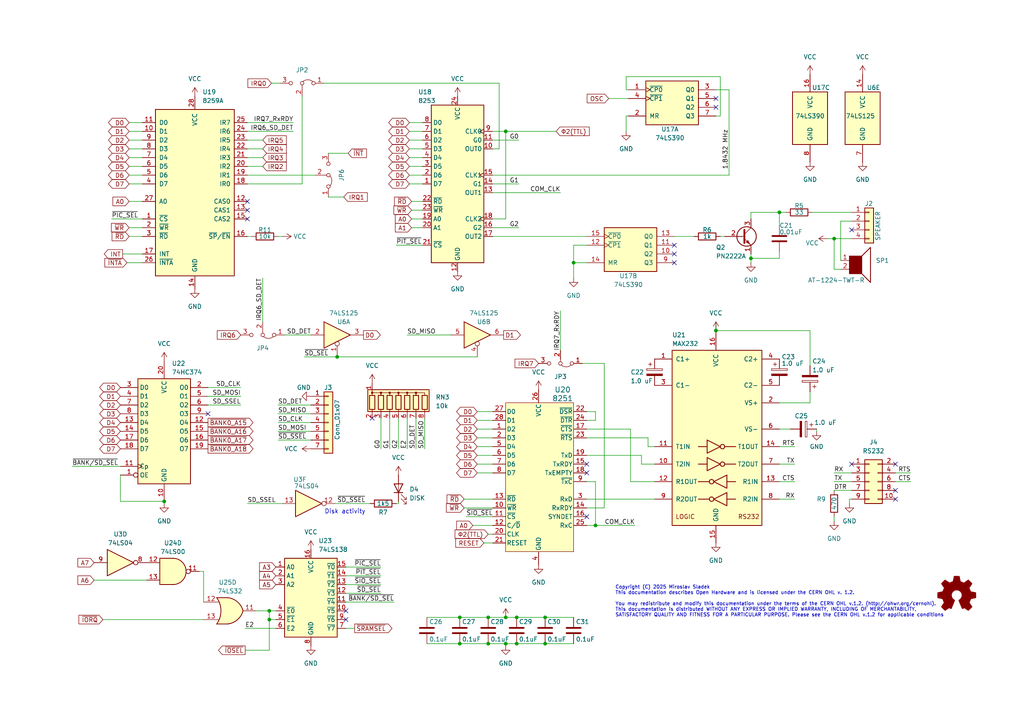
<source format=kicad_sch>
(kicad_sch (version 20250114) (generator "eeschema") (generator_version "9.0")
  (paper "A4")
  (title_block (title "ECB 8080 SBC") (date "2025-03-17") (rev "A"))
  (text "Disk activity" (at 106.045 149.225 0) (effects (font (size 1.27 1.27)) (justify right bottom)))
  (text "Copyright (C) 2025 Miroslav Sladek\nThis documentation describes Open Hardware and is licensed under the CERN OHL v. 1.2.\n\nYou may redistribute and modify this documentation under the terms of the CERN OHL v.1.2. (http://ohwr.org/cernohl).\nThis documentation is distributed WITHOUT ANY EXPRESS OR IMPLIED WARRANTY, INCLUDING OF MERCHANTABILITY,\nSATISFACTORY QUALITY AND FITNESS FOR A PARTICULAR PURPOSE. Please see the CERN OHL v.1.2 for applicable conditions" (at 178.435 179.07 0) (effects (font (size 1 1)) (justify left bottom)))
  (junction (at 207.645 95.885))
  (junction (at 217.805 74.93))
  (junction (at 47.625 145.415))
  (junction (at 146.685 186.69))
  (junction (at 141.605 186.69))
  (junction (at 172.72 152.4))
  (junction (at 78.105 179.705))
  (junction (at 133.35 186.69))
  (junction (at 158.115 179.07))
  (junction (at 97.79 103.505))
  (junction (at 166.37 76.2))
  (junction (at 149.86 179.07))
  (junction (at 146.685 179.07))
  (junction (at 146.685 38.1))
  (junction (at 226.06 61.595))
  (junction (at 133.35 179.07))
  (junction (at 158.115 186.69))
  (junction (at 241.935 69.215))
  (junction (at 141.605 179.07))
  (junction (at 78.105 177.165))
  (junction (at 149.86 186.69))
  (no_connect (at 170.18 137.16))
  (no_connect (at 71.755 60.96))
  (no_connect (at 195.58 76.2))
  (no_connect (at 247.015 66.675))
  (no_connect (at 207.645 31.115))
  (no_connect (at 100.33 179.705))
  (no_connect (at 60.325 120.015))
  (no_connect (at 71.755 63.5))
  (no_connect (at 100.33 177.165))
  (no_connect (at 195.58 73.66))
  (no_connect (at 247.015 134.62))
  (no_connect (at 107.95 121.285))
  (no_connect (at 170.18 149.86))
  (no_connect (at 170.18 134.62))
  (no_connect (at 195.58 71.12))
  (no_connect (at 71.755 58.42))
  (no_connect (at 259.715 134.62))
  (no_connect (at 259.715 144.78))
  (no_connect (at 207.645 28.575))
  (no_connect (at 259.715 142.24))
  (wire (pts (xy 78.105 177.165) (xy 78.105 179.705)))
  (wire (pts (xy 207.645 95.885) (xy 207.645 96.52)))
  (wire (pts (xy 78.105 177.165) (xy 80.01 177.165)))
  (wire (pts (xy 149.86 186.69) (xy 158.115 186.69)))
  (wire (pts (xy 80.645 127.635) (xy 90.17 127.635)))
  (wire (pts (xy 241.935 137.16) (xy 247.015 137.16)))
  (wire (pts (xy 118.745 38.1) (xy 122.555 38.1)))
  (wire (pts (xy 37.465 45.72) (xy 41.275 45.72)))
  (wire (pts (xy 207.645 95.885) (xy 207.645 93.98)))
  (wire (pts (xy 172.72 121.92) (xy 170.18 121.92)))
  (wire (pts (xy 187.96 129.54) (xy 189.865 129.54)))
  (wire (pts (xy 80.645 117.475) (xy 90.17 117.475)))
  (wire (pts (xy 142.875 40.64) (xy 150.495 40.64)))
  (wire (pts (xy 97.155 146.05) (xy 107.315 146.05)))
  (wire (pts (xy 170.18 132.08) (xy 186.055 132.08)))
  (wire (pts (xy 114.935 71.12) (xy 122.555 71.12)))
  (wire (pts (xy 123.825 179.07) (xy 133.35 179.07)))
  (wire (pts (xy 259.715 137.16) (xy 264.16 137.16)))
  (wire (pts (xy 37.465 53.34) (xy 41.275 53.34)))
  (wire (pts (xy 100.33 169.545) (xy 110.49 169.545)))
  (wire (pts (xy 236.855 125.095) (xy 236.855 124.46)))
  (wire (pts (xy 162.56 90.17) (xy 162.56 101.6)))
  (wire (pts (xy 168.91 105.41) (xy 175.26 105.41)))
  (wire (pts (xy 149.86 179.07) (xy 158.115 179.07)))
  (wire (pts (xy 118.11 97.155) (xy 130.81 97.155)))
  (wire (pts (xy 172.72 139.7) (xy 172.72 152.4)))
  (wire (pts (xy 241.935 142.24) (xy 247.015 142.24)))
  (wire (pts (xy 240.03 69.215) (xy 241.935 69.215)))
  (wire (pts (xy 241.935 139.7) (xy 247.015 139.7)))
  (wire (pts (xy 195.58 68.58) (xy 201.295 68.58)))
  (wire (pts (xy 57.785 165.735) (xy 59.055 165.735)))
  (wire (pts (xy 146.685 187.325) (xy 146.685 186.69)))
  (wire (pts (xy 78.105 188.595) (xy 71.12 188.595)))
  (wire (pts (xy 217.805 74.93) (xy 217.805 73.66)))
  (wire (pts (xy 182.88 139.7) (xy 189.865 139.7)))
  (wire (pts (xy 142.875 43.18) (xy 144.78 43.18)))
  (wire (pts (xy 175.26 105.41) (xy 175.26 147.32)))
  (wire (pts (xy 226.06 61.595) (xy 217.805 61.595)))
  (wire (pts (xy 37.465 38.1) (xy 41.275 38.1)))
  (wire (pts (xy 226.06 129.54) (xy 230.505 129.54)))
  (wire (pts (xy 181.61 22.225) (xy 181.61 26.035)))
  (wire (pts (xy 78.105 179.705) (xy 80.01 179.705)))
  (wire (pts (xy 142.875 66.04) (xy 150.495 66.04)))
  (wire (pts (xy 115.57 121.285) (xy 115.57 130.175)))
  (wire (pts (xy 20.955 135.255) (xy 34.925 135.255)))
  (wire (pts (xy 176.53 28.575) (xy 182.245 28.575)))
  (wire (pts (xy 142.875 50.8) (xy 211.455 50.8)))
  (wire (pts (xy 59.055 165.735) (xy 59.055 174.625)))
  (wire (pts (xy 120.65 121.285) (xy 120.65 130.175)))
  (wire (pts (xy 186.055 134.62) (xy 189.865 134.62)))
  (wire (pts (xy 71.12 182.245) (xy 80.01 182.245)))
  (wire (pts (xy 118.745 40.64) (xy 122.555 40.64)))
  (wire (pts (xy 37.465 50.8) (xy 41.275 50.8)))
  (wire (pts (xy 226.06 61.595) (xy 226.06 65.405)))
  (wire (pts (xy 100.33 174.625) (xy 114.3 174.625)))
  (wire (pts (xy 241.935 69.215) (xy 241.935 78.105)))
  (wire (pts (xy 118.745 53.34) (xy 122.555 53.34)))
  (wire (pts (xy 141.605 154.94) (xy 142.875 154.94)))
  (wire (pts (xy 71.755 50.8) (xy 91.44 50.8)))
  (wire (pts (xy 170.18 119.38) (xy 172.72 119.38)))
  (wire (pts (xy 71.755 43.18) (xy 76.2 43.18)))
  (wire (pts (xy 226.06 144.78) (xy 230.505 144.78)))
  (wire (pts (xy 27.305 168.275) (xy 42.545 168.275)))
  (wire (pts (xy 158.115 179.07) (xy 166.37 179.07)))
  (wire (pts (xy 141.605 186.69) (xy 146.685 186.69)))
  (wire (pts (xy 166.37 71.12) (xy 166.37 76.2)))
  (wire (pts (xy 208.915 22.225) (xy 181.61 22.225)))
  (wire (pts (xy 71.755 68.58) (xy 73.025 68.58)))
  (wire (pts (xy 37.465 40.64) (xy 41.275 40.64)))
  (wire (pts (xy 226.06 124.46) (xy 229.235 124.46)))
  (wire (pts (xy 217.805 61.595) (xy 217.805 63.5)))
  (wire (pts (xy 172.72 119.38) (xy 172.72 121.92)))
  (wire (pts (xy 82.55 97.155) (xy 90.17 97.155)))
  (wire (pts (xy 71.755 35.56) (xy 85.09 35.56)))
  (wire (pts (xy 246.38 144.78) (xy 246.38 146.05)))
  (wire (pts (xy 74.295 177.165) (xy 78.105 177.165)))
  (wire (pts (xy 37.465 58.42) (xy 41.275 58.42)))
  (wire (pts (xy 146.685 179.07) (xy 149.86 179.07)))
  (wire (pts (xy 37.465 35.56) (xy 41.275 35.56)))
  (wire (pts (xy 32.385 63.5) (xy 41.275 63.5)))
  (wire (pts (xy 100.33 164.465) (xy 110.49 164.465)))
  (wire (pts (xy 71.755 38.1) (xy 85.09 38.1)))
  (wire (pts (xy 138.43 127) (xy 142.875 127)))
  (wire (pts (xy 133.35 179.07) (xy 141.605 179.07)))
  (wire (pts (xy 35.56 73.66) (xy 41.275 73.66)))
  (wire (pts (xy 226.06 134.62) (xy 230.505 134.62)))
  (wire (pts (xy 243.84 75.565) (xy 243.84 64.135)))
  (wire (pts (xy 134.62 147.32) (xy 142.875 147.32)))
  (wire (pts (xy 123.825 186.69) (xy 133.35 186.69)))
  (wire (pts (xy 207.645 26.035) (xy 211.455 26.035)))
  (wire (pts (xy 243.84 78.105) (xy 241.935 78.105)))
  (wire (pts (xy 119.38 63.5) (xy 122.555 63.5)))
  (wire (pts (xy 138.43 121.92) (xy 142.875 121.92)))
  (wire (pts (xy 93.98 24.13) (xy 144.78 24.13)))
  (wire (pts (xy 135.255 149.86) (xy 142.875 149.86)))
  (wire (pts (xy 166.37 71.12) (xy 170.18 71.12)))
  (wire (pts (xy 182.88 139.7) (xy 182.88 124.46)))
  (wire (pts (xy 226.06 116.84) (xy 234.95 116.84)))
  (wire (pts (xy 235.585 61.595) (xy 247.015 61.595)))
  (wire (pts (xy 138.43 134.62) (xy 142.875 134.62)))
  (wire (pts (xy 234.95 113.665) (xy 234.95 116.84)))
  (wire (pts (xy 60.325 117.475) (xy 69.85 117.475)))
  (wire (pts (xy 118.745 48.26) (xy 122.555 48.26)))
  (wire (pts (xy 78.105 179.705) (xy 78.105 188.595)))
  (wire (pts (xy 170.18 139.7) (xy 172.72 139.7)))
  (wire (pts (xy 134.62 144.78) (xy 142.875 144.78)))
  (wire (pts (xy 158.115 186.69) (xy 166.37 186.69)))
  (wire (pts (xy 29.845 179.705) (xy 59.055 179.705)))
  (wire (pts (xy 166.37 76.2) (xy 170.18 76.2)))
  (wire (pts (xy 217.805 76.2) (xy 217.805 74.93)))
  (wire (pts (xy 34.925 145.415) (xy 47.625 145.415)))
  (wire (pts (xy 87.63 27.94) (xy 87.63 53.34)))
  (wire (pts (xy 80.645 125.095) (xy 90.17 125.095)))
  (wire (pts (xy 166.37 76.2) (xy 166.37 80.645)))
  (wire (pts (xy 71.755 48.26) (xy 76.2 48.26)))
  (wire (pts (xy 123.19 121.285) (xy 123.19 130.175)))
  (wire (pts (xy 181.61 33.655) (xy 182.245 33.655)))
  (wire (pts (xy 170.18 144.78) (xy 189.865 144.78)))
  (wire (pts (xy 208.915 68.58) (xy 210.185 68.58)))
  (wire (pts (xy 208.915 22.225) (xy 208.915 33.655)))
  (wire (pts (xy 181.61 26.035) (xy 182.245 26.035)))
  (wire (pts (xy 247.015 144.78) (xy 246.38 144.78)))
  (wire (pts (xy 138.43 132.08) (xy 142.875 132.08)))
  (wire (pts (xy 243.84 64.135) (xy 247.015 64.135)))
  (wire (pts (xy 146.685 63.5) (xy 142.875 63.5)))
  (wire (pts (xy 71.755 40.64) (xy 76.2 40.64)))
  (wire (pts (xy 187.96 127) (xy 187.96 129.54)))
  (wire (pts (xy 227.965 61.595) (xy 226.06 61.595)))
  (wire (pts (xy 115.57 146.05) (xy 115.57 145.415)))
  (wire (pts (xy 142.875 55.88) (xy 162.56 55.88)))
  (wire (pts (xy 144.78 24.13) (xy 144.78 43.18)))
  (wire (pts (xy 170.18 152.4) (xy 172.72 152.4)))
  (wire (pts (xy 142.875 68.58) (xy 170.18 68.58)))
  (wire (pts (xy 47.625 146.05) (xy 47.625 145.415)))
  (wire (pts (xy 71.755 146.05) (xy 81.915 146.05)))
  (wire (pts (xy 119.38 66.04) (xy 122.555 66.04)))
  (wire (pts (xy 138.43 137.16) (xy 142.875 137.16)))
  (wire (pts (xy 100.33 167.005) (xy 110.49 167.005)))
  (wire (pts (xy 99.695 57.15) (xy 95.25 57.15)))
  (wire (pts (xy 234.95 106.045) (xy 234.95 95.885)))
  (wire (pts (xy 97.79 103.505) (xy 138.43 103.505)))
  (wire (pts (xy 110.49 121.285) (xy 110.49 130.175)))
  (wire (pts (xy 142.875 53.34) (xy 150.495 53.34)))
  (wire (pts (xy 146.685 38.1) (xy 146.685 63.5)))
  (wire (pts (xy 138.43 124.46) (xy 142.875 124.46)))
  (wire (pts (xy 60.325 112.395) (xy 69.85 112.395)))
  (wire (pts (xy 175.26 147.32) (xy 170.18 147.32)))
  (wire (pts (xy 138.43 129.54) (xy 142.875 129.54)))
  (wire (pts (xy 118.745 50.8) (xy 122.555 50.8)))
  (wire (pts (xy 36.83 76.2) (xy 41.275 76.2)))
  (wire (pts (xy 81.915 68.58) (xy 80.645 68.58)))
  (wire (pts (xy 241.935 69.215) (xy 247.015 69.215)))
  (wire (pts (xy 100.33 172.085) (xy 110.49 172.085)))
  (wire (pts (xy 226.06 139.7) (xy 230.505 139.7)))
  (wire (pts (xy 60.325 114.935) (xy 69.85 114.935)))
  (wire (pts (xy 119.38 60.96) (xy 122.555 60.96)))
  (wire (pts (xy 80.645 122.555) (xy 90.17 122.555)))
  (wire (pts (xy 37.465 48.26) (xy 41.275 48.26)))
  (wire (pts (xy 170.18 127) (xy 187.96 127)))
  (wire (pts (xy 137.16 152.4) (xy 142.875 152.4)))
  (wire (pts (xy 71.755 45.72) (xy 76.2 45.72)))
  (wire (pts (xy 100.965 44.45) (xy 95.25 44.45)))
  (wire (pts (xy 186.055 132.08) (xy 186.055 134.62)))
  (wire (pts (xy 119.38 58.42) (xy 122.555 58.42)))
  (wire (pts (xy 71.755 53.34) (xy 87.63 53.34)))
  (wire (pts (xy 141.605 179.07) (xy 146.685 179.07)))
  (wire (pts (xy 115.57 146.05) (xy 114.935 146.05)))
  (wire (pts (xy 181.61 33.655) (xy 181.61 38.1)))
  (wire (pts (xy 37.465 66.04) (xy 41.275 66.04)))
  (wire (pts (xy 34.925 137.795) (xy 34.925 145.415)))
  (wire (pts (xy 170.18 124.46) (xy 182.88 124.46)))
  (wire (pts (xy 133.35 186.69) (xy 141.605 186.69)))
  (wire (pts (xy 207.645 95.885) (xy 234.95 95.885)))
  (wire (pts (xy 226.06 74.93) (xy 217.805 74.93)))
  (wire (pts (xy 37.465 68.58) (xy 41.275 68.58)))
  (wire (pts (xy 118.745 35.56) (xy 122.555 35.56)))
  (wire (pts (xy 226.06 73.025) (xy 226.06 74.93)))
  (wire (pts (xy 184.15 152.4) (xy 172.72 152.4)))
  (wire (pts (xy 140.335 157.48) (xy 142.875 157.48)))
  (wire (pts (xy 241.935 151.13) (xy 241.935 149.86)))
  (wire (pts (xy 113.03 121.285) (xy 113.03 130.175)))
  (wire (pts (xy 142.875 38.1) (xy 146.685 38.1)))
  (wire (pts (xy 88.265 103.505) (xy 97.79 103.505)))
  (wire (pts (xy 118.745 43.18) (xy 122.555 43.18)))
  (wire (pts (xy 37.465 43.18) (xy 41.275 43.18)))
  (wire (pts (xy 118.745 45.72) (xy 122.555 45.72)))
  (wire (pts (xy 146.685 186.69) (xy 149.86 186.69)))
  (wire (pts (xy 80.645 120.015) (xy 90.17 120.015)))
  (wire (pts (xy 138.43 119.38) (xy 142.875 119.38)))
  (wire (pts (xy 102.87 182.245) (xy 100.33 182.245)))
  (wire (pts (xy 76.2 80.645) (xy 76.2 93.345)))
  (wire (pts (xy 118.11 121.285) (xy 118.11 130.175)))
  (wire (pts (xy 208.915 33.655) (xy 207.645 33.655)))
  (wire (pts (xy 211.455 26.035) (xy 211.455 50.8)))
  (wire (pts (xy 146.685 38.1) (xy 161.29 38.1)))
  (wire (pts (xy 78.74 24.13) (xy 81.28 24.13)))
  (wire (pts (xy 259.715 139.7) (xy 264.16 139.7)))
  (label "RTS" (at 264.16 137.16 180))
  (label "G2" (at 150.495 66.04 180))
  (label "TX" (at 241.935 139.7 0))
  (label "~{PIT_SEL}" (at 114.935 71.12 0))
  (label "SD_DET" (at 80.645 117.475 0))
  (label "~{SIO_SEL}" (at 135.255 149.86 0))
  (label "1.8432 MHz" (at 211.455 37.465 270))
  (label "IRQ6_SD_DET" (at 85.09 38.1 180))
  (label "~{BANK{slash}SD_SEL}" (at 20.955 135.255 0))
  (label "IRQ6_SD_DET" (at 76.2 80.645 270))
  (label "~{SD_SSEL}" (at 80.645 127.635 0))
  (label "RTS" (at 230.505 129.54 180))
  (label "~{PIC_SEL}" (at 32.385 63.5 0))
  (label "IRQ7_RxRDY" (at 162.56 90.17 270))
  (label "SD_MOSI" (at 80.645 125.095 0))
  (label "G1" (at 150.495 53.34 180))
  (label "SD_MISO" (at 118.11 97.155 0))
  (label "SD_SSEL" (at 71.755 146.05 0))
  (label "RX" (at 241.935 137.16 0))
  (label "COM_CLK" (at 162.56 55.88 180))
  (label "G1" (at 113.03 130.175 90))
  (label "SD_CLK" (at 80.645 122.555 0))
  (label "~{SD_SEL}" (at 88.265 103.505 0))
  (label "TX" (at 230.505 134.62 180))
  (label "~{SIO_SEL}" (at 110.49 169.545 180))
  (label "G0" (at 150.495 40.64 180))
  (label "DTR" (at 241.935 142.24 0))
  (label "SD_CLK" (at 69.85 112.395 180))
  (label "SD_MISO" (at 123.19 130.175 90))
  (label "SD_SSEL" (at 69.85 117.475 180))
  (label "~{PIT_SEL}" (at 110.49 167.005 180))
  (label "E2" (at 71.12 182.245 0))
  (label "COM_CLK" (at 184.15 152.4 180))
  (label "G0" (at 110.49 130.175 90))
  (label "SD_MISO" (at 80.645 120.015 0))
  (label "~{SD_SSEL}" (at 97.79 146.05 0))
  (label "~{BANK{slash}SD_SEL}" (at 114.3 174.625 180))
  (label "CTS" (at 230.505 139.7 180))
  (label "E2" (at 118.11 130.175 90))
  (label "IRQ7_RxRDY" (at 85.09 35.56 180))
  (label "SD_MOSI" (at 69.85 114.935 180))
  (label "CTS" (at 264.16 139.7 180))
  (label "RX" (at 230.505 144.78 180))
  (label "SD_DET" (at 83.185 97.155 0))
  (label "G2" (at 115.57 130.175 90))
  (label "SD_DET" (at 120.65 130.175 90))
  (label "~{PIC_SEL}" (at 110.49 164.465 180))
  (label "~{SD_SEL}" (at 110.49 172.085 180))
  (global_label "A0" (shape input) (at 119.38 63.5 180) (property "Intersheetrefs" "${INTERSHEET_REFS}" (effects (hide yes))))
  (global_label "D7" (shape tri_state) (at 37.465 53.34 180) (property "Intersheetrefs" "${INTERSHEET_REFS}" (effects (hide yes))))
  (global_label "A1" (shape input) (at 119.38 66.04 180) (property "Intersheetrefs" "${INTERSHEET_REFS}" (effects (hide yes))))
  (global_label "Φ2(TTL)" (shape input) (at 141.605 154.94 180) (property "Intersheetrefs" "${INTERSHEET_REFS}" (effects (hide yes))))
  (global_label "D2" (shape tri_state) (at 138.43 124.46 180) (property "Intersheetrefs" "${INTERSHEET_REFS}" (effects (hide yes))))
  (global_label "~{BANK0_A15}" (shape output) (at 60.325 122.555 0) (property "Intersheetrefs" "${INTERSHEET_REFS}" (effects (hide yes))))
  (global_label "D3" (shape tri_state) (at 138.43 127 180) (property "Intersheetrefs" "${INTERSHEET_REFS}" (effects (hide yes))))
  (global_label "~{INT}" (shape input) (at 100.965 44.45 0) (property "Intersheetrefs" "${INTERSHEET_REFS}" (effects (hide yes))))
  (global_label "D7" (shape tri_state) (at 118.745 53.34 180) (property "Intersheetrefs" "${INTERSHEET_REFS}" (effects (hide yes))))
  (global_label "D3" (shape tri_state) (at 118.745 43.18 180) (property "Intersheetrefs" "${INTERSHEET_REFS}" (effects (hide yes))))
  (global_label "IRQ6" (shape input) (at 69.85 97.155 180) (property "Intersheetrefs" "${INTERSHEET_REFS}" (effects (hide yes))))
  (global_label "~{RD}" (shape input) (at 134.62 144.78 180) (property "Intersheetrefs" "${INTERSHEET_REFS}" (effects (hide yes))))
  (global_label "D6" (shape tri_state) (at 37.465 50.8 180) (property "Intersheetrefs" "${INTERSHEET_REFS}" (effects (hide yes))))
  (global_label "~{SRAMSEL}" (shape output) (at 102.87 182.245 0) (property "Intersheetrefs" "${INTERSHEET_REFS}" (effects (hide yes))))
  (global_label "D5" (shape tri_state) (at 118.745 48.26 180) (property "Intersheetrefs" "${INTERSHEET_REFS}" (effects (hide yes))))
  (global_label "D0" (shape tri_state) (at 138.43 119.38 180) (property "Intersheetrefs" "${INTERSHEET_REFS}" (effects (hide yes))))
  (global_label "~{IORQ}" (shape input) (at 29.845 179.705 180) (property "Intersheetrefs" "${INTERSHEET_REFS}" (effects (hide yes))))
  (global_label "D5" (shape tri_state) (at 138.43 132.08 180) (property "Intersheetrefs" "${INTERSHEET_REFS}" (effects (hide yes))))
  (global_label "D1" (shape tri_state) (at 118.745 38.1 180) (property "Intersheetrefs" "${INTERSHEET_REFS}" (effects (hide yes))))
  (global_label "D5" (shape tri_state) (at 34.925 125.095 180) (property "Intersheetrefs" "${INTERSHEET_REFS}" (effects (hide yes))))
  (global_label "D4" (shape tri_state) (at 37.465 45.72 180) (property "Intersheetrefs" "${INTERSHEET_REFS}" (effects (hide yes))))
  (global_label "D0" (shape tri_state) (at 118.745 35.56 180) (property "Intersheetrefs" "${INTERSHEET_REFS}" (effects (hide yes))))
  (global_label "IRQ7" (shape input) (at 156.21 105.41 180) (property "Intersheetrefs" "${INTERSHEET_REFS}" (effects (hide yes))))
  (global_label "D6" (shape tri_state) (at 34.925 127.635 180) (property "Intersheetrefs" "${INTERSHEET_REFS}" (effects (hide yes))))
  (global_label "D4" (shape tri_state) (at 138.43 129.54 180) (property "Intersheetrefs" "${INTERSHEET_REFS}" (effects (hide yes))))
  (global_label "IRQ3" (shape input) (at 76.2 45.72 0) (property "Intersheetrefs" "${INTERSHEET_REFS}" (effects (hide yes))))
  (global_label "IRQ2" (shape input) (at 76.2 48.26 0) (property "Intersheetrefs" "${INTERSHEET_REFS}" (effects (hide yes))))
  (global_label "D2" (shape tri_state) (at 37.465 40.64 180) (property "Intersheetrefs" "${INTERSHEET_REFS}" (effects (hide yes))))
  (global_label "A0" (shape input) (at 37.465 58.42 180) (property "Intersheetrefs" "${INTERSHEET_REFS}" (effects (hide yes))))
  (global_label "IRQ5" (shape input) (at 76.2 40.64 0) (property "Intersheetrefs" "${INTERSHEET_REFS}" (effects (hide yes))))
  (global_label "D4" (shape tri_state) (at 118.745 45.72 180) (property "Intersheetrefs" "${INTERSHEET_REFS}" (effects (hide yes))))
  (global_label "~{WR}" (shape input) (at 119.38 60.96 180) (property "Intersheetrefs" "${INTERSHEET_REFS}" (effects (hide yes))))
  (global_label "OSC" (shape input) (at 176.53 28.575 180) (property "Intersheetrefs" "${INTERSHEET_REFS}" (effects (hide yes))))
  (global_label "IRQ4" (shape input) (at 76.2 43.18 0) (property "Intersheetrefs" "${INTERSHEET_REFS}" (effects (hide yes))))
  (global_label "D7" (shape tri_state) (at 138.43 137.16 180) (property "Intersheetrefs" "${INTERSHEET_REFS}" (effects (hide yes))))
  (global_label "~{INTA}" (shape input) (at 36.83 76.2 180) (property "Intersheetrefs" "${INTERSHEET_REFS}" (effects (hide yes))))
  (global_label "D1" (shape output) (at 146.05 97.155 0) (property "Intersheetrefs" "${INTERSHEET_REFS}" (effects (hide yes))))
  (global_label "~{BANK0_A18}" (shape output) (at 60.325 130.175 0) (property "Intersheetrefs" "${INTERSHEET_REFS}" (effects (hide yes))))
  (global_label "D3" (shape tri_state) (at 37.465 43.18 180) (property "Intersheetrefs" "${INTERSHEET_REFS}" (effects (hide yes))))
  (global_label "D0" (shape output) (at 105.41 97.155 0) (property "Intersheetrefs" "${INTERSHEET_REFS}" (effects (hide yes))))
  (global_label "A7" (shape input) (at 27.305 163.195 180) (property "Intersheetrefs" "${INTERSHEET_REFS}" (effects (hide yes))))
  (global_label "~{WR}" (shape input) (at 37.465 66.04 180) (property "Intersheetrefs" "${INTERSHEET_REFS}" (effects (hide yes))))
  (global_label "A3" (shape input) (at 80.01 164.465 180) (property "Intersheetrefs" "${INTERSHEET_REFS}" (effects (hide yes))))
  (global_label "A5" (shape input) (at 80.01 169.545 180) (property "Intersheetrefs" "${INTERSHEET_REFS}" (effects (hide yes))))
  (global_label "A0" (shape input) (at 137.16 152.4 180) (property "Intersheetrefs" "${INTERSHEET_REFS}" (effects (hide yes))))
  (global_label "A4" (shape input) (at 80.01 167.005 180) (property "Intersheetrefs" "${INTERSHEET_REFS}" (effects (hide yes))))
  (global_label "D5" (shape tri_state) (at 37.465 48.26 180) (property "Intersheetrefs" "${INTERSHEET_REFS}" (effects (hide yes))))
  (global_label "~{BANK0_A16}" (shape output) (at 60.325 125.095 0) (property "Intersheetrefs" "${INTERSHEET_REFS}" (effects (hide yes))))
  (global_label "Φ2(TTL)" (shape input) (at 161.29 38.1 0) (property "Intersheetrefs" "${INTERSHEET_REFS}" (effects (hide yes))))
  (global_label "D6" (shape tri_state) (at 118.745 50.8 180) (property "Intersheetrefs" "${INTERSHEET_REFS}" (effects (hide yes))))
  (global_label "D1" (shape tri_state) (at 34.925 114.935 180) (property "Intersheetrefs" "${INTERSHEET_REFS}" (effects (hide yes))))
  (global_label "~{RD}" (shape input) (at 119.38 58.42 180) (property "Intersheetrefs" "${INTERSHEET_REFS}" (effects (hide yes))))
  (global_label "D0" (shape tri_state) (at 34.925 112.395 180) (property "Intersheetrefs" "${INTERSHEET_REFS}" (effects (hide yes))))
  (global_label "D2" (shape tri_state) (at 118.745 40.64 180) (property "Intersheetrefs" "${INTERSHEET_REFS}" (effects (hide yes))))
  (global_label "~{RD}" (shape input) (at 37.465 68.58 180) (property "Intersheetrefs" "${INTERSHEET_REFS}" (effects (hide yes))))
  (global_label "D1" (shape tri_state) (at 37.465 38.1 180) (property "Intersheetrefs" "${INTERSHEET_REFS}" (effects (hide yes))))
  (global_label "~{IOSEL}" (shape output) (at 71.12 188.595 180) (property "Intersheetrefs" "${INTERSHEET_REFS}" (effects (hide yes))))
  (global_label "D7" (shape tri_state) (at 34.925 130.175 180) (property "Intersheetrefs" "${INTERSHEET_REFS}" (effects (hide yes))))
  (global_label "~{BANK0_A17}" (shape output) (at 60.325 127.635 0) (property "Intersheetrefs" "${INTERSHEET_REFS}" (effects (hide yes))))
  (global_label "D4" (shape tri_state) (at 34.925 122.555 180) (property "Intersheetrefs" "${INTERSHEET_REFS}" (effects (hide yes))))
  (global_label "D1" (shape tri_state) (at 138.43 121.92 180) (property "Intersheetrefs" "${INTERSHEET_REFS}" (effects (hide yes))))
  (global_label "IRQ0" (shape input) (at 78.74 24.13 180) (property "Intersheetrefs" "${INTERSHEET_REFS}" (effects (hide yes))))
  (global_label "~{WR}" (shape input) (at 134.62 147.32 180) (property "Intersheetrefs" "${INTERSHEET_REFS}" (effects (hide yes))))
  (global_label "A6" (shape input) (at 27.305 168.275 180) (property "Intersheetrefs" "${INTERSHEET_REFS}" (effects (hide yes))))
  (global_label "RESET" (shape input) (at 140.335 157.48 180) (property "Intersheetrefs" "${INTERSHEET_REFS}" (effects (hide yes))))
  (global_label "D3" (shape tri_state) (at 34.925 120.015 180) (property "Intersheetrefs" "${INTERSHEET_REFS}" (effects (hide yes))))
  (global_label "INT" (shape output) (at 35.56 73.66 180) (property "Intersheetrefs" "${INTERSHEET_REFS}" (effects (hide yes))))
  (global_label "D2" (shape tri_state) (at 34.925 117.475 180) (property "Intersheetrefs" "${INTERSHEET_REFS}" (effects (hide yes))))
  (global_label "D0" (shape tri_state) (at 37.465 35.56 180) (property "Intersheetrefs" "${INTERSHEET_REFS}" (effects (hide yes))))
  (global_label "D6" (shape tri_state) (at 138.43 134.62 180) (property "Intersheetrefs" "${INTERSHEET_REFS}" (effects (hide yes))))
  (global_label "IRQ1" (shape input) (at 99.695 57.15 0) (property "Intersheetrefs" "${INTERSHEET_REFS}" (effects (hide yes))))
  (symbol (lib_id "Device:C") (at 133.35 182.88 0) (unit 1)
    (property "Reference" "C27" (at 133.985 180.34 0) (effects (justify left)))
    (property "Value" "0.1uF" (at 133.985 185.42 0) (effects (justify left)))
    (property "Footprint" "Capacitor_THT:C_Disc_D4.3mm_W1.9mm_P5.00mm" (effects (hide yes)))
    (property "Mfr. No" "SR215E104MAR" (effects (hide yes)))
  )
  (symbol (lib_id "Device:R_Network07") (at 115.57 116.205 0) (unit 1)
    (property "Reference" "RN3" (at 126.365 115.189 0) (effects (justify left)))
    (property "Value" "10k" (at 126.365 117.729 0) (effects (justify left)))
    (property "Footprint" "Resistor_THT:R_Array_SIP8" (effects (hide yes)))
    (property "Datasheet" "http://www.vishay.com/docs/31509/csc.pdf" (effects (hide yes)))
    (property "Mfr. No" "4608X-101-103FLF" (effects (hide yes)))
  )
  (symbol (lib_id "Device:Speaker") (at 248.92 75.565 0) (unit 1)
    (property "Reference" "SP1" (at 254 75.565 0) (effects (justify left)))
    (property "Value" "AT-1224-TWT-R" (at 234.315 81.28 0) (effects (justify left)))
    (property "Footprint" "Buzzer_Beeper:MagneticBuzzer_ProSignal_ABT-410-RC" (effects (hide yes)))
    (property "Datasheet" "https://nl.mouser.com/ProductDetail/665-AT-1224TWTR" (effects (hide yes)))
    (property "Mfr. No" "AT-1224-TWT-R" (effects (hide yes)))
  )
  (symbol (lib_id "power:GND") (at 246.38 146.05 0) (unit 1)
    (property "Reference" "#PWR038" (effects (hide yes)))
    (property "Value" "GND" (at 246.38 151.13 0))
  )
  (symbol (lib_id "Device:R") (at 241.935 146.05 0) (unit 1)
    (property "Reference" "R9" (at 236.855 144.78 0) (effects (justify left)))
    (property "Value" "470" (at 241.935 147.955 90) (effects (justify left)))
    (property "Footprint" "Resistor_THT:R_Axial_DIN0204_L3.6mm_D1.6mm_P7.62mm_Horizontal" (effects (hide yes)))
    (property "Mfr. No" "CF18JT470R" (effects (hide yes)))
  )
  (symbol (lib_id "74xx:74LS125") (at 97.79 97.155 0) (unit 1)
    (property "Reference" "U6" (at 99.695 93.345 0))
    (property "Value" "74LS125" (at 99.695 90.805 0))
    (property "Footprint" "Package_DIP:DIP-14_W7.62mm_Socket" (effects (hide yes)))
    (property "Datasheet" "http://www.ti.com/lit/gpn/sn74LS125" (effects (hide yes)))
  )
  (symbol (lib_id "Jumper:Jumper_3_Bridged12") (at 76.2 97.155 180) (unit 1)
    (property "Reference" "JP4" (at 76.2 100.965 0))
    (property "Value" "Jumper_3_Bridged12" (effects (hide yes)))
    (property "Footprint" "Connector_PinHeader_2.54mm:PinHeader_1x03_P2.54mm_Vertical" (effects (hide yes)))
    (property "Mfr. No" "22-28-4030" (effects (hide yes)))
  )
  (symbol (lib_id "74xx:74HC138") (at 90.17 174.625 0) (unit 1)
    (property "Reference" "U23" (at 92.3641 156.845 0) (effects (justify left)))
    (property "Value" "74LS138" (at 92.3641 159.385 0) (effects (justify left)))
    (property "Footprint" "Package_DIP:DIP-16_W7.62mm_Socket" (effects (hide yes)))
    (property "Datasheet" "http://www.ti.com/lit/ds/symlink/cd74hc238.pdf" (effects (hide yes)))
  )
  (symbol (lib_id "power:VCC") (at 240.03 69.215 90) (unit 1)
    (property "Reference" "#PWR077" (effects (hide yes)))
    (property "Value" "VCC" (at 237.49 70.485 90) (effects (justify left)))
  )
  (symbol (lib_id "power:GND") (at 166.37 80.645 0) (unit 1)
    (property "Reference" "#PWR080" (effects (hide yes)))
    (property "Value" "GND" (at 166.37 85.725 0))
  )
  (symbol (lib_id "power:GND") (at 207.645 157.48 0) (unit 1)
    (property "Reference" "#PWR092" (effects (hide yes)))
    (property "Value" "GND" (at 207.645 162.56 0))
  )
  (symbol (lib_id "74xx:74LS32") (at 66.675 177.165 0) (unit 4)
    (property "Reference" "U25" (at 66.04 168.91 0))
    (property "Value" "74LS32" (at 66.675 171.45 0))
    (property "Footprint" "Package_DIP:DIP-14_W7.62mm_Socket" (effects (hide yes)))
    (property "Datasheet" "http://www.ti.com/lit/gpn/sn74LS32" (effects (hide yes)))
  )
  (symbol (lib_id "power:VCC") (at 47.625 104.775 0) (unit 1)
    (property "Reference" "#PWR086" (effects (hide yes)))
    (property "Value" "VCC" (at 47.625 99.695 0))
  )
  (symbol (lib_id "Interface:8259A") (at 56.515 55.88 0) (unit 1)
    (property "Reference" "U19" (at 58.7091 26.67 0) (effects (justify left)))
    (property "Value" "8259A" (at 58.7091 29.21 0) (effects (justify left)))
    (property "Footprint" "Package_DIP:DIP-28_W15.24mm_Socket" (effects (hide yes)))
    (property "Datasheet" "http://pdos.csail.mit.edu/6.828/2005/readings/hardware/8259A.pdf" (effects (hide yes)))
  )
  (symbol (lib_id "power:GND") (at 250.19 46.99 0) (unit 1)
    (property "Reference" "#PWR074" (effects (hide yes)))
    (property "Value" "GND" (at 250.19 52.07 0))
  )
  (symbol (lib_id "Device:C") (at 158.115 182.88 0) (unit 1)
    (property "Reference" "C30" (at 158.75 180.34 0) (effects (justify left)))
    (property "Value" "0.1uF" (at 158.75 185.42 0) (effects (justify left)))
    (property "Footprint" "Capacitor_THT:C_Disc_D4.3mm_W1.9mm_P5.00mm" (effects (hide yes)))
    (property "Mfr. No" "SR215E104MAR" (effects (hide yes)))
  )
  (symbol (lib_id "Connector_Generic:Conn_01x04") (at 252.095 64.135 0) (unit 1)
    (property "Reference" "J2" (at 250.825 59.055 0) (effects (justify left)))
    (property "Value" "SPEAKER" (at 254.635 69.85 90) (effects (justify left)))
    (property "Footprint" "Connector_PinHeader_2.54mm:PinHeader_1x04_P2.54mm_Vertical" (effects (hide yes)))
  )
  (symbol (lib_id "74xx:74LS390") (at 182.88 71.12 0) (unit 2)
    (property "Reference" "U17" (at 182.245 80.01 0))
    (property "Value" "74LS390" (at 182.245 82.55 0))
    (property "Footprint" "Package_DIP:DIP-16_W7.62mm_Socket" (effects (hide yes)))
    (property "Datasheet" "http://www.ti.com/lit/gpn/sn74LS390" (effects (hide yes)))
  )
  (symbol (lib_id "Jumper:Jumper_3_Bridged12") (at 162.56 105.41 180) (unit 1)
    (property "Reference" "JP3" (at 162.56 109.22 0))
    (property "Value" "Jumper_3_Bridged12" (effects (hide yes)))
    (property "Footprint" "Connector_PinHeader_2.54mm:PinHeader_1x03_P2.54mm_Vertical" (effects (hide yes)))
    (property "Mfr. No" "22-28-4030" (effects (hide yes)))
  )
  (symbol (lib_id "Device:C") (at 141.605 182.88 0) (unit 1)
    (property "Reference" "C28" (at 142.24 180.34 0) (effects (justify left)))
    (property "Value" "0.1uF" (at 142.24 185.42 0) (effects (justify left)))
    (property "Footprint" "Capacitor_THT:C_Disc_D4.3mm_W1.9mm_P5.00mm" (effects (hide yes)))
    (property "Mfr. No" "SR215E104MAR" (effects (hide yes)))
  )
  (symbol (lib_id "Graphic:Logo_Open_Hardware_Small") (at 277.495 172.72 0) (unit 1) (exclude_from_sim yes) (in_bom no) (on_board no)
    (property "Reference" "#SYM4" (effects (hide yes)))
    (property "Value" "Logo_Open_Hardware_Small" (effects (hide yes)))
  )
  (symbol (lib_id "power:VCC") (at 56.515 27.94 0) (unit 1)
    (property "Reference" "#PWR069" (effects (hide yes)))
    (property "Value" "VCC" (at 56.515 22.86 0))
  )
  (symbol (lib_id "power:GND") (at 181.61 38.1 0) (unit 1)
    (property "Reference" "#PWR071" (effects (hide yes)))
    (property "Value" "GND" (at 181.61 43.18 0))
  )
  (symbol (lib_id "power:VCC") (at 107.95 111.125 0) (unit 1)
    (property "Reference" "#PWR068" (effects (hide yes)))
    (property "Value" "VCC" (at 107.95 106.045 0))
  )
  (symbol (lib_id "power:VCC") (at 81.915 68.58 270) (unit 1)
    (property "Reference" "#PWR016" (effects (hide yes)))
    (property "Value" "VCC" (at 85.09 68.58 90) (effects (justify left)))
  )
  (symbol (lib_id "74xx:74LS125") (at 138.43 97.155 0) (unit 2)
    (property "Reference" "U6" (at 140.335 93.345 0))
    (property "Value" "74LS125" (at 140.335 90.805 0))
    (property "Footprint" "Package_DIP:DIP-14_W7.62mm_Socket" (effects (hide yes)))
    (property "Datasheet" "http://www.ti.com/lit/gpn/sn74LS125" (effects (hide yes)))
  )
  (symbol (lib_id "Connector_Generic:Conn_02x05_Odd_Even") (at 252.095 139.7 0) (unit 1)
    (property "Reference" "J4" (at 253.365 128.27 0))
    (property "Value" "RS232" (at 253.365 130.81 0))
    (property "Footprint" "Connector_PinHeader_2.54mm:PinHeader_2x05_P2.54mm_Vertical" (effects (hide yes)))
  )
  (symbol (lib_id "Device:LED") (at 115.57 141.605 90) (unit 1)
    (property "Reference" "D4" (at 118.745 141.9225 90) (effects (justify right)))
    (property "Value" "DISK" (at 118.745 144.4625 90) (effects (justify right)))
    (property "Footprint" "LED_THT:LED_D3.0mm" (effects (hide yes)))
    (property "Mfr. No" "3RDL-S" (effects (hide yes)))
  )
  (symbol (lib_id "Device:R") (at 111.125 146.05 90) (mirror x) (unit 1)
    (property "Reference" "R7" (at 111.125 148.59 90))
    (property "Value" "1k5" (at 111.125 146.05 90))
    (property "Footprint" "Resistor_THT:R_Axial_DIN0204_L3.6mm_D1.6mm_P7.62mm_Horizontal" (effects (hide yes)))
    (property "Mfr. No" "CF18JT1K50" (effects (hide yes)))
  )
  (symbol (lib_id "power:GND") (at 132.715 78.74 0) (unit 1)
    (property "Reference" "#PWR079" (effects (hide yes)))
    (property "Value" "GND" (at 132.715 83.82 0))
  )
  (symbol (lib_id "Device:C_Polarized") (at 234.95 109.855 180) (unit 1)
    (property "Reference" "C24" (at 235.585 104.775 0) (effects (justify right)))
    (property "Value" "1.0 uF" (at 235.585 107.315 0) (effects (justify right)))
    (property "Footprint" "Capacitor_THT:C_Rect_L7.2mm_W3.0mm_P5.00mm_FKS2_FKP2_MKS2_MKP2" (effects (hide yes)))
    (property "Mfr. No" "FG28X7R1E105KRT06" (effects (hide yes)))
  )
  (symbol (lib_id "power:VCC") (at 156.21 113.03 0) (unit 1)
    (property "Reference" "#PWR085" (effects (hide yes)))
    (property "Value" "VCC" (at 156.21 107.95 0))
  )
  (symbol (lib_id "Device:C") (at 123.825 182.88 0) (unit 1)
    (property "Reference" "C26" (at 124.46 180.34 0) (effects (justify left)))
    (property "Value" "0.1uF" (at 124.46 185.42 0) (effects (justify left)))
    (property "Footprint" "Capacitor_THT:C_Disc_D4.3mm_W1.9mm_P5.00mm" (effects (hide yes)))
    (property "Mfr. No" "SR215E104MAR" (effects (hide yes)))
  )
  (symbol (lib_id "74xx:74LS125") (at 250.19 34.29 0) (unit 5)
    (property "Reference" "U6" (at 253.365 25.4 0))
    (property "Value" "74LS125" (at 249.555 33.655 0))
    (property "Footprint" "Package_DIP:DIP-14_W7.62mm_Socket" (effects (hide yes)))
    (property "Datasheet" "http://www.ti.com/lit/gpn/sn74LS125" (effects (hide yes)))
  )
  (symbol (lib_id "power:GND") (at 217.805 76.2 0) (unit 1)
    (property "Reference" "#PWR078" (effects (hide yes)))
    (property "Value" "GND" (at 217.805 81.28 0))
  )
  (symbol (lib_id "Connector_Generic:Conn_01x07") (at 95.25 122.555 0) (unit 1)
    (property "Reference" "J3" (at 93.98 112.395 0) (effects (justify left)))
    (property "Value" "Conn_01x07" (at 97.79 127.635 90) (effects (justify left)))
    (property "Footprint" "Connector_PinSocket_2.54mm:PinSocket_1x07_P2.54mm_Vertical" (effects (hide yes)))
  )
  (symbol (lib_id "power:GND") (at 90.17 114.935 270) (unit 1)
    (property "Reference" "#PWR087" (effects (hide yes)))
    (property "Value" "GND" (at 90.17 112.395 90) (effects (justify right)))
  )
  (symbol (lib_id "power:VCC") (at 207.645 95.885 0) (unit 1)
    (property "Reference" "#PWR084" (effects (hide yes)))
    (property "Value" "VCC" (at 207.645 90.805 0))
  )
  (symbol (lib_id "power:GND") (at 241.935 151.13 0) (unit 1)
    (property "Reference" "#PWR033" (effects (hide yes)))
    (property "Value" "GND" (at 241.935 156.21 0))
  )
  (symbol (lib_id "Device:R") (at 231.775 61.595 90) (unit 1)
    (property "Reference" "R5" (at 231.775 59.69 90))
    (property "Value" "33" (at 231.775 61.595 90))
    (property "Footprint" "Resistor_THT:R_Axial_DIN0204_L3.6mm_D1.6mm_P7.62mm_Horizontal" (effects (hide yes)))
    (property "Mfr. No" "OJ10G5E-R52" (effects (hide yes)))
  )
  (symbol (lib_id "Transistor_BJT:PN2222A") (at 215.265 68.58 0) (unit 1)
    (property "Reference" "Q2" (at 207.645 71.755 0) (effects (justify left)))
    (property "Value" "PN2222A" (at 207.645 74.295 0) (effects (justify left)))
    (property "Footprint" "Package_TO_SOT_THT:TO-92_Inline" (effects (hide yes)))
    (property "Datasheet" "https://www.onsemi.com/pub/Collateral/PN2222-D.PDF" (effects (hide yes)))
  )
  (symbol (lib_id "power:GND") (at 47.625 146.05 0) (unit 1)
    (property "Reference" "#PWR091" (effects (hide yes)))
    (property "Value" "GND" (at 47.625 151.13 0))
  )
  (symbol (lib_id "Device:C_Polarized") (at 226.06 107.95 0) (unit 1)
    (property "Reference" "C23" (at 226.695 103.505 0) (effects (justify left)))
    (property "Value" "1.0 uF" (at 226.695 105.41 0) (effects (justify left)))
    (property "Footprint" "Capacitor_THT:C_Rect_L7.2mm_W3.0mm_P5.00mm_FKS2_FKP2_MKS2_MKP2" (effects (hide yes)))
    (property "Mfr. No" "FG28X7R1E105KRT06" (effects (hide yes)))
  )
  (symbol (lib_id "power:GND") (at 156.21 163.83 0) (unit 1)
    (property "Reference" "#PWR094" (effects (hide yes)))
    (property "Value" "GND" (at 156.21 168.91 0))
  )
  (symbol (lib_id "74xx:74LS00") (at 50.165 165.735 0) (unit 4)
    (property "Reference" "U24" (at 50.1567 157.48 0))
    (property "Value" "74LS00" (at 50.1567 160.02 0))
    (property "Footprint" "Package_DIP:DIP-14_W7.62mm_Socket" (effects (hide yes)))
    (property "Datasheet" "http://www.ti.com/lit/gpn/sn74ls00" (effects (hide yes)))
  )
  (symbol (lib_id "8251:8251") (at 139.065 119.38 0) (unit 1)
    (property "Reference" "U20" (at 163.195 113.03 0) (effects (font (size 1.524 1.524))))
    (property "Value" "8251" (at 163.195 115.57 0) (effects (font (size 1.524 1.524))))
    (property "Footprint" "Package_DIP:DIP-28_W15.24mm_Socket" (effects (hide yes)))
    (property "Datasheet" "8251" (effects (hide yes)))
  )
  (symbol (lib_id "Interface_UART:MAX232") (at 210.185 127 0) (unit 1)
    (property "Reference" "U21" (at 194.945 97.155 0) (effects (justify left)))
    (property "Value" "MAX232" (at 194.945 99.695 0) (effects (justify left)))
    (property "Footprint" "Package_DIP:DIP-16_W7.62mm_Socket" (effects (hide yes)))
    (property "Datasheet" "http://www.ti.com/lit/ds/symlink/max232.pdf" (effects (hide yes)))
  )
  (symbol (lib_id "power:GND") (at 56.515 83.82 0) (unit 1)
    (property "Reference" "#PWR081" (effects (hide yes)))
    (property "Value" "GND" (at 56.515 88.9 0))
  )
  (symbol (lib_id "power:VCC") (at 90.17 130.175 90) (mirror x) (unit 1)
    (property "Reference" "#PWR088" (effects (hide yes)))
    (property "Value" "VCC" (at 86.36 130.175 90) (effects (justify left)))
  )
  (symbol (lib_id "power:VCC") (at 132.715 27.94 0) (unit 1)
    (property "Reference" "#PWR070" (effects (hide yes)))
    (property "Value" "VCC" (at 132.715 22.86 0))
  )
  (symbol (lib_id "Device:C") (at 226.06 69.215 0) (unit 1)
    (property "Reference" "C21" (at 226.06 65.405 0) (effects (justify left)))
    (property "Value" "0.01uF" (at 226.06 67.31 0) (effects (justify left)))
    (property "Footprint" "Capacitor_THT:C_Disc_D3.0mm_W1.6mm_P2.50mm" (effects (hide yes)))
    (property "Mfr. No" "RDE5C1H103J1S1H3A" (effects (hide yes)))
  )
  (symbol (lib_id "Jumper:Jumper_3_Bridged12") (at 87.63 24.13 0) (mirror y) (unit 1)
    (property "Reference" "JP2" (at 87.63 20.32 0))
    (property "Value" "Jumper_3_Bridged12" (effects (hide yes)))
    (property "Footprint" "Connector_PinHeader_2.54mm:PinHeader_1x03_P2.54mm_Vertical" (effects (hide yes)))
    (property "Mfr. No" "22-28-4030" (effects (hide yes)))
  )
  (symbol (lib_id "Device:R") (at 205.105 68.58 90) (unit 1)
    (property "Reference" "R6" (at 205.105 66.675 90))
    (property "Value" "1k" (at 205.105 68.58 90))
    (property "Footprint" "Resistor_THT:R_Axial_DIN0204_L3.6mm_D1.6mm_P7.62mm_Horizontal" (effects (hide yes)))
    (property "Mfr. No" "CF18JT1K00" (effects (hide yes)))
  )
  (symbol (lib_id "Device:C") (at 149.86 182.88 0) (unit 1)
    (property "Reference" "C29" (at 150.495 180.34 0) (effects (justify left)))
    (property "Value" "0.1uF" (at 150.495 185.42 0) (effects (justify left)))
    (property "Footprint" "Capacitor_THT:C_Disc_D4.3mm_W1.9mm_P5.00mm" (effects (hide yes)))
    (property "Mfr. No" "SR215E104MAR" (effects (hide yes)))
  )
  (symbol (lib_id "power:VCC") (at 90.17 159.385 0) (unit 1)
    (property "Reference" "#PWR093" (effects (hide yes)))
    (property "Value" "VCC" (at 90.17 154.305 0))
  )
  (symbol (lib_id "power:VCC") (at 234.95 21.59 0) (unit 1)
    (property "Reference" "#PWR066" (effects (hide yes)))
    (property "Value" "VCC" (at 234.95 16.51 0))
  )
  (symbol (lib_id "Jumper:Jumper_3_Bridged12") (at 95.25 50.8 270) (mirror x) (unit 1)
    (property "Reference" "JP6" (at 99.06 50.8 0))
    (property "Value" "Jumper_3_Bridged12" (effects (hide yes)))
    (property "Footprint" "Connector_PinHeader_2.54mm:PinHeader_1x03_P2.54mm_Vertical" (effects (hide yes)))
    (property "Mfr. No" "22-28-4030" (effects (hide yes)))
  )
  (symbol (lib_id "power:VCC") (at 146.685 179.07 0) (unit 1)
    (property "Reference" "#PWR097" (effects (hide yes)))
    (property "Value" "VCC" (at 146.685 173.99 0))
  )
  (symbol (lib_id "power:GND") (at 90.17 187.325 0) (unit 1)
    (property "Reference" "#PWR098" (effects (hide yes)))
    (property "Value" "GND" (at 90.17 192.405 0))
  )
  (symbol (lib_id "power:VCC") (at 115.57 137.795 0) (mirror y) (unit 1)
    (property "Reference" "#PWR0111" (effects (hide yes)))
    (property "Value" "VCC" (at 115.57 132.715 0))
  )
  (symbol (lib_id "Device:C_Polarized") (at 189.865 107.95 0) (unit 1)
    (property "Reference" "C22" (at 182.88 107.95 0) (effects (justify left)))
    (property "Value" "1.0 uF" (at 182.88 110.49 0) (effects (justify left)))
    (property "Footprint" "Capacitor_THT:C_Rect_L7.2mm_W3.0mm_P5.00mm_FKS2_FKP2_MKS2_MKP2" (effects (hide yes)))
    (property "Mfr. No" "FG28X7R1E105KRT06" (effects (hide yes)))
  )
  (symbol (lib_id "74xx:74LS04") (at 89.535 146.05 0) (unit 6)
    (property "Reference" "U3" (at 86.995 139.065 0))
    (property "Value" "74LS04" (at 88.9 140.97 0))
    (property "Footprint" "Package_DIP:DIP-14_W7.62mm_Socket" (effects (hide yes)))
    (property "Datasheet" "http://www.ti.com/lit/gpn/sn74LS04" (effects (hide yes)))
  )
  (symbol (lib_id "74xx:74LS390") (at 194.945 28.575 0) (unit 1)
    (property "Reference" "U17" (at 194.31 37.465 0))
    (property "Value" "74LS390" (at 194.31 40.005 0))
    (property "Footprint" "Package_DIP:DIP-16_W7.62mm_Socket" (effects (hide yes)))
    (property "Datasheet" "http://www.ti.com/lit/gpn/sn74LS390" (effects (hide yes)))
  )
  (symbol (lib_id "Device:R") (at 76.835 68.58 90) (unit 1)
    (property "Reference" "R11" (at 76.835 66.675 90))
    (property "Value" "10k" (at 76.835 68.58 90))
    (property "Footprint" "Resistor_THT:R_Axial_DIN0204_L3.6mm_D1.6mm_P7.62mm_Horizontal" (effects (hide yes)))
    (property "Mfr. No" "CF18JT10K0" (effects (hide yes)))
  )
  (symbol (lib_id "74xx:74LS390") (at 234.95 34.29 0) (unit 3)
    (property "Reference" "U17" (at 238.125 25.4 0))
    (property "Value" "74LS390" (at 234.95 33.655 0))
    (property "Footprint" "Package_DIP:DIP-16_W7.62mm_Socket" (effects (hide yes)))
    (property "Datasheet" "http://www.ti.com/lit/gpn/sn74LS390" (effects (hide yes)))
  )
  (symbol (lib_id "74xx:74HC374") (at 47.625 125.095 0) (unit 1)
    (property "Reference" "U22" (at 49.8191 105.41 0) (effects (justify left)))
    (property "Value" "74HC374" (at 49.8191 107.95 0) (effects (justify left)))
    (property "Footprint" "Package_DIP:DIP-20_W7.62mm_Socket" (effects (hide yes)))
    (property "Datasheet" "https://www.ti.com/lit/ds/symlink/cd74hct374.pdf" (effects (hide yes)))
  )
  (symbol (lib_id "Timer:8253") (at 132.715 53.34 0) (unit 1)
    (property "Reference" "U18" (at 121.285 26.67 0) (effects (justify left)))
    (property "Value" "8253" (at 121.285 29.21 0) (effects (justify left)))
    (property "Footprint" "Package_DIP:DIP-24_W15.24mm_Socket" (effects (hide yes)))
    (property "Datasheet" "http://www.cpcwiki.eu/imgs/e/e3/8253.pdf" (effects (hide yes)))
  )
  (symbol (lib_id "power:GND") (at 236.855 125.095 0) (unit 1)
    (property "Reference" "#PWR043" (effects (hide yes)))
    (property "Value" "GND" (at 236.855 129.54 0))
  )
  (symbol (lib_id "power:GND") (at 234.95 46.99 0) (unit 1)
    (property "Reference" "#PWR073" (effects (hide yes)))
    (property "Value" "GND" (at 234.95 52.07 0))
  )
  (symbol (lib_id "power:GND") (at 146.685 187.325 0) (unit 1)
    (property "Reference" "#PWR095" (effects (hide yes)))
    (property "Value" "GND" (at 146.685 192.405 0))
  )
  (symbol (lib_id "power:VCC") (at 250.19 21.59 0) (unit 1)
    (property "Reference" "#PWR067" (effects (hide yes)))
    (property "Value" "VCC" (at 250.19 16.51 0))
  )
  (symbol (lib_id "Device:C") (at 166.37 182.88 0) (unit 1)
    (property "Reference" "C31" (at 167.005 180.34 0) (effects (justify left)))
    (property "Value" "0.1uF" (at 167.005 185.42 0) (effects (justify left)))
    (property "Footprint" "Capacitor_THT:C_Disc_D4.3mm_W1.9mm_P5.00mm" (effects (hide yes)))
    (property "Mfr. No" "SR215E104MAR" (effects (hide yes)))
  )
  (symbol (lib_id "74xx:74LS04") (at 34.925 163.195 0) (unit 4)
    (property "Reference" "U3" (at 34.925 154.94 0))
    (property "Value" "74LS04" (at 34.925 157.48 0))
    (property "Footprint" "Package_DIP:DIP-14_W7.62mm_Socket" (effects (hide yes)))
    (property "Datasheet" "http://www.ti.com/lit/gpn/sn74LS04" (effects (hide yes)))
  )
  (symbol (lib_id "Device:C_Polarized") (at 233.045 124.46 270) (unit 1)
    (property "Reference" "C25" (at 232.41 120.65 90))
    (property "Value" "1.0 uF" (at 239.395 122.555 90))
    (property "Footprint" "Capacitor_THT:C_Rect_L7.2mm_W3.0mm_P5.00mm_FKS2_FKP2_MKS2_MKP2" (effects (hide yes)))
    (property "Mfr. No" "FG28X7R1E105KRT06" (effects (hide yes)))
  )
)
</source>
